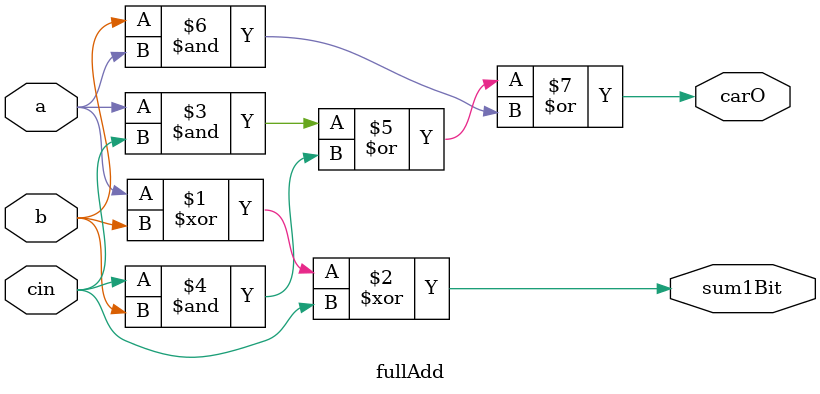
<source format=v>
module fullAdd(a, b, cin, carO, sum1Bit);
	
	input a, b, cin;
	output carO, sum1Bit;
	assign sum1Bit = a ^ b ^ cin; 
	assign carO = (a & cin) | (cin & b) | (b & a);
	
endmodule

</source>
